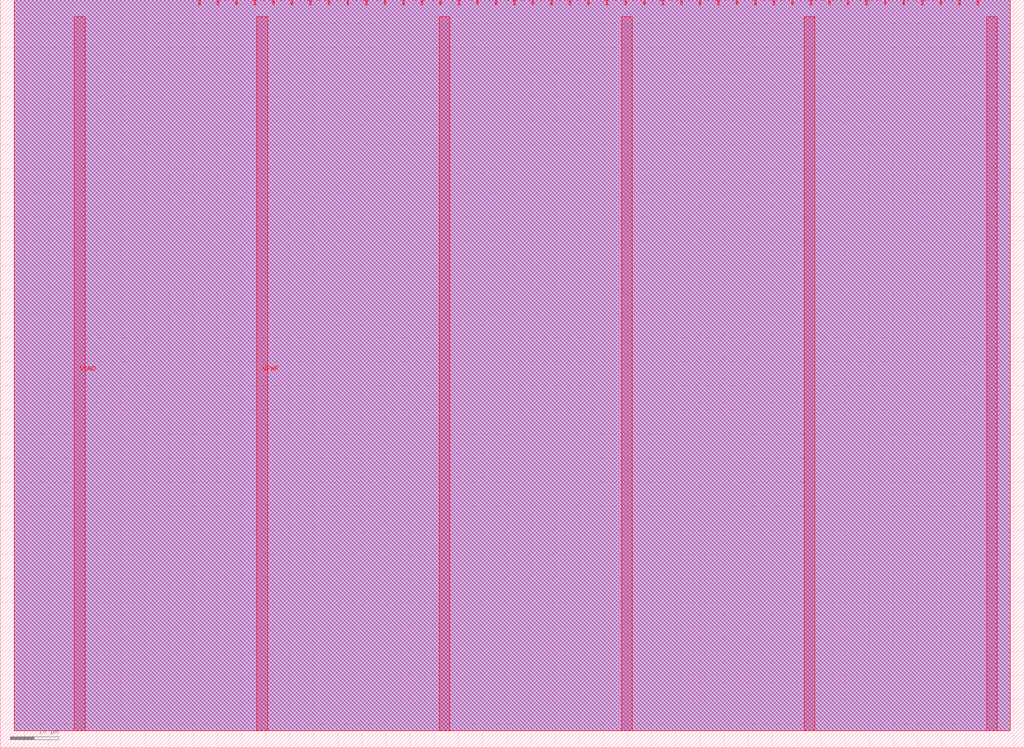
<source format=lef>
VERSION 5.8 ;
BUSBITCHARS "[]" ;
DIVIDERCHAR "/" ;
UNITS
    DATABASE MICRONS 1000 ;
END UNITS

VIA tt_um_vga_clock_via1_2_2200_440_1_5_410_410
  VIARULE via1Array ;
  CUTSIZE 0.19 0.19 ;
  LAYERS Metal1 Via1 Metal2 ;
  CUTSPACING 0.22 0.22 ;
  ENCLOSURE 0.01 0.125 0.05 0.005 ;
  ROWCOL 1 5 ;
END tt_um_vga_clock_via1_2_2200_440_1_5_410_410

VIA tt_um_vga_clock_via2_3_2200_440_1_5_410_410
  VIARULE via2Array ;
  CUTSIZE 0.19 0.19 ;
  LAYERS Metal2 Via2 Metal3 ;
  CUTSPACING 0.22 0.22 ;
  ENCLOSURE 0.05 0.005 0.005 0.05 ;
  ROWCOL 1 5 ;
END tt_um_vga_clock_via2_3_2200_440_1_5_410_410

VIA tt_um_vga_clock_via3_4_2200_440_1_5_410_410
  VIARULE via3Array ;
  CUTSIZE 0.19 0.19 ;
  LAYERS Metal3 Via3 Metal4 ;
  CUTSPACING 0.22 0.22 ;
  ENCLOSURE 0.005 0.05 0.05 0.005 ;
  ROWCOL 1 5 ;
END tt_um_vga_clock_via3_4_2200_440_1_5_410_410

VIA tt_um_vga_clock_via4_5_2200_440_1_5_410_410
  VIARULE via4Array ;
  CUTSIZE 0.19 0.19 ;
  LAYERS Metal4 Via4 Metal5 ;
  CUTSPACING 0.22 0.22 ;
  ENCLOSURE 0.05 0.005 0.185 0.05 ;
  ROWCOL 1 5 ;
END tt_um_vga_clock_via4_5_2200_440_1_5_410_410

MACRO tt_um_vga_clock
  FOREIGN tt_um_vga_clock 0 0 ;
  CLASS BLOCK ;
  SIZE 212.16 BY 154.98 ;
  PIN clk
    DIRECTION INPUT ;
    USE SIGNAL ;
    PORT
      LAYER Metal5 ;
        RECT  198.57 153.98 198.87 154.98 ;
    END
  END clk
  PIN ena
    DIRECTION INPUT ;
    USE SIGNAL ;
    PORT
      LAYER Metal5 ;
        RECT  202.41 153.98 202.71 154.98 ;
    END
  END ena
  PIN rst_n
    DIRECTION INPUT ;
    USE SIGNAL ;
    PORT
      LAYER Metal5 ;
        RECT  194.73 153.98 195.03 154.98 ;
    END
  END rst_n
  PIN ui_in[0]
    DIRECTION INPUT ;
    USE SIGNAL ;
    PORT
      LAYER Metal5 ;
        RECT  190.89 153.98 191.19 154.98 ;
    END
  END ui_in[0]
  PIN ui_in[1]
    DIRECTION INPUT ;
    USE SIGNAL ;
    PORT
      LAYER Metal5 ;
        RECT  187.05 153.98 187.35 154.98 ;
    END
  END ui_in[1]
  PIN ui_in[2]
    DIRECTION INPUT ;
    USE SIGNAL ;
    PORT
      LAYER Metal5 ;
        RECT  183.21 153.98 183.51 154.98 ;
    END
  END ui_in[2]
  PIN ui_in[3]
    DIRECTION INPUT ;
    USE SIGNAL ;
    PORT
      LAYER Metal5 ;
        RECT  179.37 153.98 179.67 154.98 ;
    END
  END ui_in[3]
  PIN ui_in[4]
    DIRECTION INPUT ;
    USE SIGNAL ;
    PORT
      LAYER Metal5 ;
        RECT  175.53 153.98 175.83 154.98 ;
    END
  END ui_in[4]
  PIN ui_in[5]
    DIRECTION INPUT ;
    USE SIGNAL ;
    PORT
      LAYER Metal5 ;
        RECT  171.69 153.98 171.99 154.98 ;
    END
  END ui_in[5]
  PIN ui_in[6]
    DIRECTION INPUT ;
    USE SIGNAL ;
    PORT
      LAYER Metal5 ;
        RECT  167.85 153.98 168.15 154.98 ;
    END
  END ui_in[6]
  PIN ui_in[7]
    DIRECTION INPUT ;
    USE SIGNAL ;
    PORT
      LAYER Metal5 ;
        RECT  164.01 153.98 164.31 154.98 ;
    END
  END ui_in[7]
  PIN uio_in[0]
    DIRECTION INPUT ;
    USE SIGNAL ;
    PORT
      LAYER Metal5 ;
        RECT  160.17 153.98 160.47 154.98 ;
    END
  END uio_in[0]
  PIN uio_in[1]
    DIRECTION INPUT ;
    USE SIGNAL ;
    PORT
      LAYER Metal5 ;
        RECT  156.33 153.98 156.63 154.98 ;
    END
  END uio_in[1]
  PIN uio_in[2]
    DIRECTION INPUT ;
    USE SIGNAL ;
    PORT
      LAYER Metal5 ;
        RECT  152.49 153.98 152.79 154.98 ;
    END
  END uio_in[2]
  PIN uio_in[3]
    DIRECTION INPUT ;
    USE SIGNAL ;
    PORT
      LAYER Metal5 ;
        RECT  148.65 153.98 148.95 154.98 ;
    END
  END uio_in[3]
  PIN uio_in[4]
    DIRECTION INPUT ;
    USE SIGNAL ;
    PORT
      LAYER Metal5 ;
        RECT  144.81 153.98 145.11 154.98 ;
    END
  END uio_in[4]
  PIN uio_in[5]
    DIRECTION INPUT ;
    USE SIGNAL ;
    PORT
      LAYER Metal5 ;
        RECT  140.97 153.98 141.27 154.98 ;
    END
  END uio_in[5]
  PIN uio_in[6]
    DIRECTION INPUT ;
    USE SIGNAL ;
    PORT
      LAYER Metal5 ;
        RECT  137.13 153.98 137.43 154.98 ;
    END
  END uio_in[6]
  PIN uio_in[7]
    DIRECTION INPUT ;
    USE SIGNAL ;
    PORT
      LAYER Metal5 ;
        RECT  133.29 153.98 133.59 154.98 ;
    END
  END uio_in[7]
  PIN uio_oe[0]
    DIRECTION OUTPUT ;
    USE SIGNAL ;
    PORT
      LAYER Metal5 ;
        RECT  68.01 153.98 68.31 154.98 ;
    END
  END uio_oe[0]
  PIN uio_oe[1]
    DIRECTION OUTPUT ;
    USE SIGNAL ;
    PORT
      LAYER Metal5 ;
        RECT  64.17 153.98 64.47 154.98 ;
    END
  END uio_oe[1]
  PIN uio_oe[2]
    DIRECTION OUTPUT ;
    USE SIGNAL ;
    PORT
      LAYER Metal5 ;
        RECT  60.33 153.98 60.63 154.98 ;
    END
  END uio_oe[2]
  PIN uio_oe[3]
    DIRECTION OUTPUT ;
    USE SIGNAL ;
    PORT
      LAYER Metal5 ;
        RECT  56.49 153.98 56.79 154.98 ;
    END
  END uio_oe[3]
  PIN uio_oe[4]
    DIRECTION OUTPUT ;
    USE SIGNAL ;
    PORT
      LAYER Metal5 ;
        RECT  52.65 153.98 52.95 154.98 ;
    END
  END uio_oe[4]
  PIN uio_oe[5]
    DIRECTION OUTPUT ;
    USE SIGNAL ;
    PORT
      LAYER Metal5 ;
        RECT  48.81 153.98 49.11 154.98 ;
    END
  END uio_oe[5]
  PIN uio_oe[6]
    DIRECTION OUTPUT ;
    USE SIGNAL ;
    PORT
      LAYER Metal5 ;
        RECT  44.97 153.98 45.27 154.98 ;
    END
  END uio_oe[6]
  PIN uio_oe[7]
    DIRECTION OUTPUT ;
    USE SIGNAL ;
    PORT
      LAYER Metal5 ;
        RECT  41.13 153.98 41.43 154.98 ;
    END
  END uio_oe[7]
  PIN uio_out[0]
    DIRECTION OUTPUT ;
    USE SIGNAL ;
    PORT
      LAYER Metal5 ;
        RECT  98.73 153.98 99.03 154.98 ;
    END
  END uio_out[0]
  PIN uio_out[1]
    DIRECTION OUTPUT ;
    USE SIGNAL ;
    PORT
      LAYER Metal5 ;
        RECT  94.89 153.98 95.19 154.98 ;
    END
  END uio_out[1]
  PIN uio_out[2]
    DIRECTION OUTPUT ;
    USE SIGNAL ;
    PORT
      LAYER Metal5 ;
        RECT  91.05 153.98 91.35 154.98 ;
    END
  END uio_out[2]
  PIN uio_out[3]
    DIRECTION OUTPUT ;
    USE SIGNAL ;
    PORT
      LAYER Metal5 ;
        RECT  87.21 153.98 87.51 154.98 ;
    END
  END uio_out[3]
  PIN uio_out[4]
    DIRECTION OUTPUT ;
    USE SIGNAL ;
    PORT
      LAYER Metal5 ;
        RECT  83.37 153.98 83.67 154.98 ;
    END
  END uio_out[4]
  PIN uio_out[5]
    DIRECTION OUTPUT ;
    USE SIGNAL ;
    PORT
      LAYER Metal5 ;
        RECT  79.53 153.98 79.83 154.98 ;
    END
  END uio_out[5]
  PIN uio_out[6]
    DIRECTION OUTPUT ;
    USE SIGNAL ;
    PORT
      LAYER Metal5 ;
        RECT  75.69 153.98 75.99 154.98 ;
    END
  END uio_out[6]
  PIN uio_out[7]
    DIRECTION OUTPUT ;
    USE SIGNAL ;
    PORT
      LAYER Metal5 ;
        RECT  71.85 153.98 72.15 154.98 ;
    END
  END uio_out[7]
  PIN uo_out[0]
    DIRECTION OUTPUT ;
    USE SIGNAL ;
    PORT
      LAYER Metal5 ;
        RECT  129.45 153.98 129.75 154.98 ;
    END
  END uo_out[0]
  PIN uo_out[1]
    DIRECTION OUTPUT ;
    USE SIGNAL ;
    PORT
      LAYER Metal5 ;
        RECT  125.61 153.98 125.91 154.98 ;
    END
  END uo_out[1]
  PIN uo_out[2]
    DIRECTION OUTPUT ;
    USE SIGNAL ;
    PORT
      LAYER Metal5 ;
        RECT  121.77 153.98 122.07 154.98 ;
    END
  END uo_out[2]
  PIN uo_out[3]
    DIRECTION OUTPUT ;
    USE SIGNAL ;
    PORT
      LAYER Metal5 ;
        RECT  117.93 153.98 118.23 154.98 ;
    END
  END uo_out[3]
  PIN uo_out[4]
    DIRECTION OUTPUT ;
    USE SIGNAL ;
    PORT
      LAYER Metal5 ;
        RECT  114.09 153.98 114.39 154.98 ;
    END
  END uo_out[4]
  PIN uo_out[5]
    DIRECTION OUTPUT ;
    USE SIGNAL ;
    PORT
      LAYER Metal5 ;
        RECT  110.25 153.98 110.55 154.98 ;
    END
  END uo_out[5]
  PIN uo_out[6]
    DIRECTION OUTPUT ;
    USE SIGNAL ;
    PORT
      LAYER Metal5 ;
        RECT  106.41 153.98 106.71 154.98 ;
    END
  END uo_out[6]
  PIN uo_out[7]
    DIRECTION OUTPUT ;
    USE SIGNAL ;
    PORT
      LAYER Metal5 ;
        RECT  102.57 153.98 102.87 154.98 ;
    END
  END uo_out[7]
  PIN VGND
    DIRECTION INOUT ;
    USE GROUND ;
    PORT
      LAYER Metal5 ;
        RECT  166.58 3.56 168.78 151.42 ;
        RECT  90.98 3.56 93.18 151.42 ;
        RECT  15.38 3.56 17.58 151.42 ;
    END
  END VGND
  PIN VPWR
    DIRECTION INOUT ;
    USE POWER ;
    PORT
      LAYER Metal5 ;
        RECT  204.38 3.56 206.58 151.42 ;
        RECT  128.78 3.56 130.98 151.42 ;
        RECT  53.18 3.56 55.38 151.42 ;
    END
  END VPWR
  OBS
    LAYER Metal1 ;
     RECT  2.88 3.56 209.28 154.98 ;
    LAYER Metal2 ;
     RECT  2.88 3.56 209.28 154.98 ;
    LAYER Metal3 ;
     RECT  2.88 3.56 209.28 154.98 ;
    LAYER Metal4 ;
     RECT  2.88 3.56 209.28 154.98 ;
    LAYER Metal5 ;
     RECT  2.88 3.56 209.28 154.98 ;
  END
END tt_um_vga_clock
END LIBRARY

</source>
